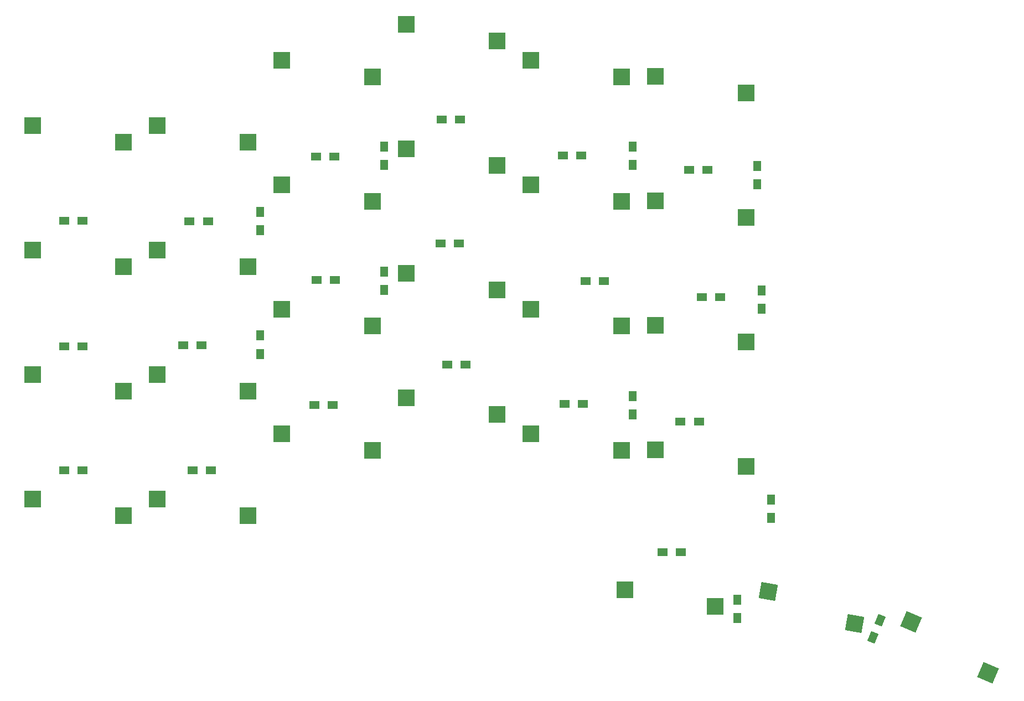
<source format=gtp>
G04 #@! TF.GenerationSoftware,KiCad,Pcbnew,8.0.8*
G04 #@! TF.CreationDate,2025-02-11T03:27:34+10:00*
G04 #@! TF.ProjectId,wetsocks54k,77657473-6f63-46b7-9335-346b2e6b6963,2*
G04 #@! TF.SameCoordinates,Original*
G04 #@! TF.FileFunction,Paste,Top*
G04 #@! TF.FilePolarity,Positive*
%FSLAX46Y46*%
G04 Gerber Fmt 4.6, Leading zero omitted, Abs format (unit mm)*
G04 Created by KiCad (PCBNEW 8.0.8) date 2025-02-11 03:27:34*
%MOMM*%
%LPD*%
G01*
G04 APERTURE LIST*
G04 Aperture macros list*
%AMRotRect*
0 Rectangle, with rotation*
0 The origin of the aperture is its center*
0 $1 length*
0 $2 width*
0 $3 Rotation angle, in degrees counterclockwise*
0 Add horizontal line*
21,1,$1,$2,0,0,$3*%
G04 Aperture macros list end*
%ADD10R,1.600000X1.200000*%
%ADD11R,2.550000X2.500000*%
%ADD12R,1.200000X1.600000*%
%ADD13RotRect,1.600000X1.200000X67.000000*%
%ADD14RotRect,2.550000X2.500000X350.000000*%
%ADD15RotRect,2.550000X2.500000X337.000000*%
G04 APERTURE END LIST*
D10*
X136008600Y-129035000D03*
X138808600Y-129035000D03*
X102258600Y-62785000D03*
X105058600Y-62785000D03*
D11*
X130245000Y-134785000D03*
X144095000Y-137325000D03*
X77768600Y-53785000D03*
X91618600Y-56325000D03*
D12*
X93458600Y-66965000D03*
X93458600Y-69765000D03*
X74458600Y-76965000D03*
X74458600Y-79765000D03*
D10*
X103058600Y-100365000D03*
X105858600Y-100365000D03*
X63658600Y-78365000D03*
X66458600Y-78365000D03*
D12*
X131458600Y-105135000D03*
X131458600Y-107935000D03*
D11*
X134918600Y-94305000D03*
X148768600Y-96845000D03*
D10*
X82758600Y-106535000D03*
X85558600Y-106535000D03*
D11*
X134918600Y-56205000D03*
X148768600Y-58745000D03*
D10*
X44508600Y-116535000D03*
X47308600Y-116535000D03*
D11*
X115868600Y-110935000D03*
X129718600Y-113475000D03*
X96818600Y-105435000D03*
X110668600Y-107975000D03*
D12*
X93458600Y-86135000D03*
X93458600Y-88935000D03*
D10*
X138758600Y-109035000D03*
X141558600Y-109035000D03*
D12*
X74458600Y-95885000D03*
X74458600Y-98685000D03*
D10*
X120758600Y-68285000D03*
X123558600Y-68285000D03*
X44508600Y-97535000D03*
X47308600Y-97535000D03*
D11*
X96818600Y-86385000D03*
X110668600Y-88925000D03*
D10*
X142008600Y-90035000D03*
X144808600Y-90035000D03*
D11*
X77768600Y-72835000D03*
X91618600Y-75375000D03*
D10*
X124258600Y-87535000D03*
X127058600Y-87535000D03*
D11*
X39668600Y-120935000D03*
X53518600Y-123475000D03*
X115868600Y-53785000D03*
X129718600Y-56325000D03*
X39668600Y-82835000D03*
X53518600Y-85375000D03*
X134918600Y-113355000D03*
X148768600Y-115895000D03*
D10*
X44508600Y-78285000D03*
X47308600Y-78285000D03*
D11*
X58718600Y-101885000D03*
X72568600Y-104425000D03*
X39668600Y-63785000D03*
X53518600Y-66325000D03*
X77768600Y-91885000D03*
X91618600Y-94425000D03*
X58718601Y-63785000D03*
X72568601Y-66325000D03*
D10*
X83058600Y-87365000D03*
X85858600Y-87365000D03*
D12*
X147408600Y-136285000D03*
X147408600Y-139085000D03*
D13*
X169252648Y-139457586D03*
X168158600Y-142035000D03*
D12*
X150458600Y-69965000D03*
X150458600Y-72765000D03*
D11*
X58718600Y-82835000D03*
X72568600Y-85375000D03*
D14*
X152176732Y-135039930D03*
X165375253Y-139946369D03*
D12*
X151158600Y-88965000D03*
X151158600Y-91765000D03*
D11*
X58718600Y-120935000D03*
X72568600Y-123475000D03*
X96818600Y-67335000D03*
X110668600Y-69875000D03*
X134918600Y-75255000D03*
X148768600Y-77795000D03*
D10*
X102058600Y-81785000D03*
X104858600Y-81785000D03*
D11*
X115868600Y-91885000D03*
X129718600Y-94425000D03*
D15*
X174004940Y-139716845D03*
X185761474Y-147466553D03*
D11*
X77768600Y-110935000D03*
X91618600Y-113475000D03*
X39668600Y-101885000D03*
X53518600Y-104425000D03*
D10*
X140058600Y-70535000D03*
X142858600Y-70535000D03*
D11*
X96818600Y-48285000D03*
X110668600Y-50825000D03*
X115868600Y-72835000D03*
X129718600Y-75375000D03*
D10*
X121058600Y-106365000D03*
X123858600Y-106365000D03*
X62658600Y-97365000D03*
X65458600Y-97365000D03*
X83008600Y-68535000D03*
X85808600Y-68535000D03*
X64133264Y-116535000D03*
X66933264Y-116535000D03*
D12*
X131458600Y-66965000D03*
X131458600Y-69765000D03*
X152588600Y-123775000D03*
X152588600Y-120975000D03*
M02*

</source>
